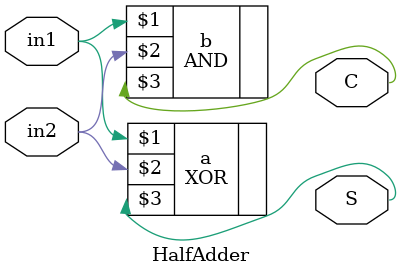
<source format=v>
module HalfAdder(in1, in2, S, C);

    input in1,in2;
    output S,C;
    wire in1,in2,S,C;

    XOR a(in1,in2,S);
    AND b(in1,in2,C);
    
endmodule
</source>
